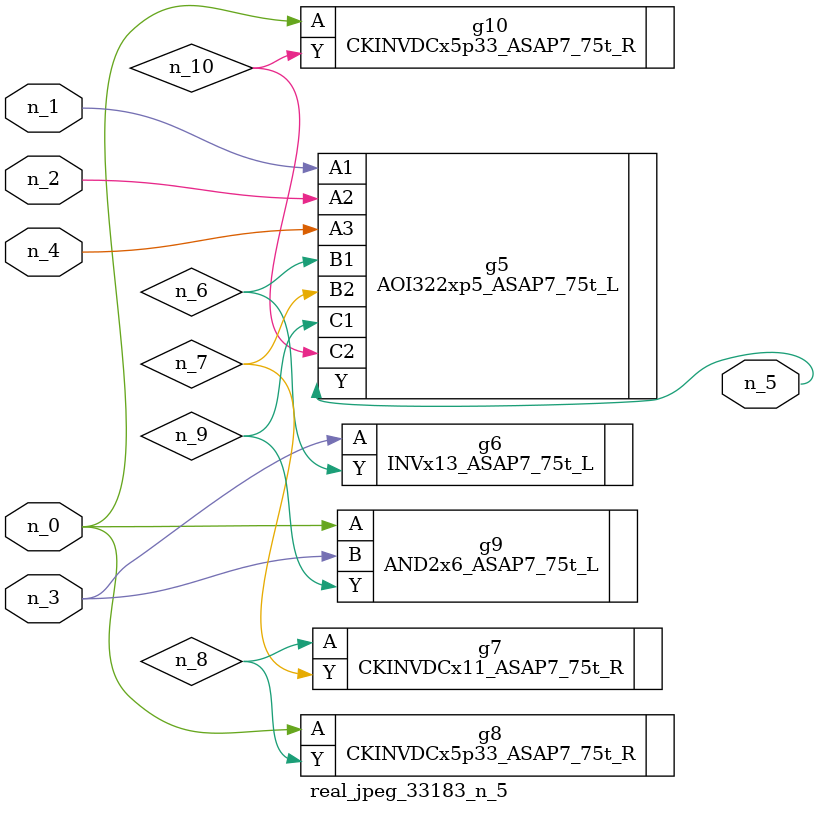
<source format=v>
module real_jpeg_33183_n_5 (n_4, n_0, n_1, n_2, n_3, n_5);

input n_4;
input n_0;
input n_1;
input n_2;
input n_3;

output n_5;

wire n_8;
wire n_6;
wire n_7;
wire n_10;
wire n_9;

CKINVDCx5p33_ASAP7_75t_R g8 ( 
.A(n_0),
.Y(n_8)
);

AND2x6_ASAP7_75t_L g9 ( 
.A(n_0),
.B(n_3),
.Y(n_9)
);

CKINVDCx5p33_ASAP7_75t_R g10 ( 
.A(n_0),
.Y(n_10)
);

AOI322xp5_ASAP7_75t_L g5 ( 
.A1(n_1),
.A2(n_2),
.A3(n_4),
.B1(n_6),
.B2(n_7),
.C1(n_9),
.C2(n_10),
.Y(n_5)
);

INVx13_ASAP7_75t_L g6 ( 
.A(n_3),
.Y(n_6)
);

CKINVDCx11_ASAP7_75t_R g7 ( 
.A(n_8),
.Y(n_7)
);


endmodule
</source>
